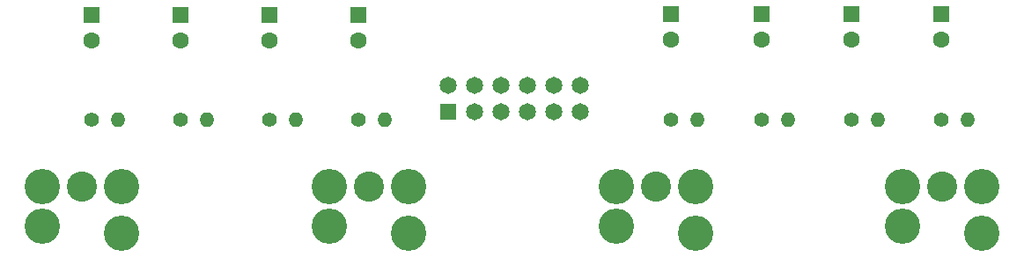
<source format=gbr>
%TF.GenerationSoftware,KiCad,Pcbnew,9.0.0*%
%TF.CreationDate,2025-03-26T11:50:56+11:00*%
%TF.ProjectId,Wing Board 4 XLR MK II,57696e67-2042-46f6-9172-64203420584c,rev?*%
%TF.SameCoordinates,Original*%
%TF.FileFunction,Soldermask,Top*%
%TF.FilePolarity,Negative*%
%FSLAX46Y46*%
G04 Gerber Fmt 4.6, Leading zero omitted, Abs format (unit mm)*
G04 Created by KiCad (PCBNEW 9.0.0) date 2025-03-26 11:50:56*
%MOMM*%
%LPD*%
G01*
G04 APERTURE LIST*
%ADD10C,1.400000*%
%ADD11O,1.400000X1.400000*%
%ADD12C,3.400000*%
%ADD13C,2.900000*%
%ADD14R,1.600000X1.600000*%
%ADD15C,1.600000*%
%ADD16R,1.650000X1.650000*%
%ADD17C,1.650000*%
G04 APERTURE END LIST*
D10*
%TO.C,R6*%
X31433432Y-13004800D03*
D11*
X33973432Y-13004800D03*
%TD*%
D12*
%TO.C,J5*%
X17221200Y-23906400D03*
X9601200Y-23271400D03*
D13*
X13411200Y-19456400D03*
%TD*%
D10*
%TO.C,R8*%
X14342700Y-13004800D03*
D11*
X16882700Y-13004800D03*
%TD*%
D10*
%TO.C,R5*%
X39978800Y-13004800D03*
D11*
X42518800Y-13004800D03*
%TD*%
D14*
%TO.C,C8*%
X14366667Y-2910200D03*
D15*
X14366667Y-5410200D03*
%TD*%
D14*
%TO.C,C5*%
X39984467Y-2910200D03*
D15*
X39984467Y-5410200D03*
%TD*%
D14*
%TO.C,C7*%
X22905933Y-2910200D03*
D15*
X22905933Y-5410200D03*
%TD*%
D10*
%TO.C,R2*%
X87409066Y-12979400D03*
D11*
X89949066Y-12979400D03*
%TD*%
D14*
%TO.C,C3*%
X78756933Y-2834000D03*
D15*
X78756933Y-5334000D03*
%TD*%
D14*
%TO.C,C6*%
X31445199Y-2910200D03*
D15*
X31445199Y-5410200D03*
%TD*%
D12*
%TO.C,J2*%
X99999800Y-23926800D03*
X92379800Y-23291800D03*
D13*
X96189800Y-19476800D03*
%TD*%
D12*
%TO.C,J4*%
X44831000Y-23926800D03*
X37211000Y-23291800D03*
D13*
X41021000Y-19476800D03*
%TD*%
D16*
%TO.C,J1*%
X48691800Y-12217400D03*
D17*
X48691800Y-9677400D03*
X51231800Y-12217400D03*
X51231800Y-9677400D03*
X53771800Y-12217400D03*
X53771800Y-9677400D03*
X56311800Y-12217400D03*
X56311800Y-9677400D03*
X58851800Y-12217400D03*
X58851800Y-9677400D03*
X61391800Y-12217400D03*
X61391800Y-9677400D03*
%TD*%
D10*
%TO.C,R4*%
X70103200Y-12979400D03*
D11*
X72643200Y-12979400D03*
%TD*%
D10*
%TO.C,R1*%
X96062000Y-12979400D03*
D11*
X98602000Y-12979400D03*
%TD*%
D14*
%TO.C,C2*%
X87409866Y-2834000D03*
D15*
X87409866Y-5334000D03*
%TD*%
D14*
%TO.C,C4*%
X70104000Y-2834000D03*
D15*
X70104000Y-5334000D03*
%TD*%
D10*
%TO.C,R7*%
X22888066Y-13004800D03*
D11*
X25428066Y-13004800D03*
%TD*%
D10*
%TO.C,R3*%
X78756133Y-12979400D03*
D11*
X81296133Y-12979400D03*
%TD*%
D14*
%TO.C,C1*%
X96062800Y-2834000D03*
D15*
X96062800Y-5334000D03*
%TD*%
D12*
%TO.C,J3*%
X72415400Y-23926800D03*
X64795400Y-23291800D03*
D13*
X68605400Y-19476800D03*
%TD*%
D12*
%TO.C,J9*%
X99999800Y-19481800D03*
X92379800Y-19481800D03*
D13*
X96189800Y-19481800D03*
%TD*%
D12*
%TO.C,J6*%
X17221200Y-19456400D03*
X9601200Y-19456400D03*
D13*
X13411200Y-19456400D03*
%TD*%
D12*
%TO.C,J8*%
X72415400Y-19481800D03*
X64795400Y-19481800D03*
D13*
X68605400Y-19481800D03*
%TD*%
D12*
%TO.C,J7*%
X44831000Y-19481800D03*
X37211000Y-19481800D03*
D13*
X41021000Y-19481800D03*
%TD*%
M02*

</source>
